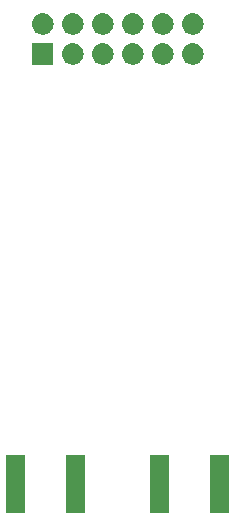
<source format=gbr>
G04 #@! TF.GenerationSoftware,KiCad,Pcbnew,5.0.1*
G04 #@! TF.CreationDate,2019-01-06T19:01:27+01:00*
G04 #@! TF.ProjectId,SX1257_pmod,5358313235375F706D6F642E6B696361,rev?*
G04 #@! TF.SameCoordinates,Original*
G04 #@! TF.FileFunction,Soldermask,Bot*
G04 #@! TF.FilePolarity,Negative*
%FSLAX46Y46*%
G04 Gerber Fmt 4.6, Leading zero omitted, Abs format (unit mm)*
G04 Created by KiCad (PCBNEW 5.0.1) date Sun 06 Jan 2019 07:01:27 PM CET*
%MOMM*%
%LPD*%
G01*
G04 APERTURE LIST*
%ADD10C,0.100000*%
G04 APERTURE END LIST*
D10*
G36*
X128829000Y-68064000D02*
X127203000Y-68064000D01*
X127203000Y-63162000D01*
X128829000Y-63162000D01*
X128829000Y-68064000D01*
X128829000Y-68064000D01*
G37*
G36*
X121717000Y-68064000D02*
X120091000Y-68064000D01*
X120091000Y-63162000D01*
X121717000Y-63162000D01*
X121717000Y-68064000D01*
X121717000Y-68064000D01*
G37*
G36*
X116637000Y-68064000D02*
X115011000Y-68064000D01*
X115011000Y-63162000D01*
X116637000Y-63162000D01*
X116637000Y-68064000D01*
X116637000Y-68064000D01*
G37*
G36*
X133909000Y-68064000D02*
X132283000Y-68064000D01*
X132283000Y-63162000D01*
X133909000Y-63162000D01*
X133909000Y-68064000D01*
X133909000Y-68064000D01*
G37*
G36*
X125840442Y-28315518D02*
X125906627Y-28322037D01*
X126019853Y-28356384D01*
X126076467Y-28373557D01*
X126215087Y-28447652D01*
X126232991Y-28457222D01*
X126268729Y-28486552D01*
X126370186Y-28569814D01*
X126453448Y-28671271D01*
X126482778Y-28707009D01*
X126482779Y-28707011D01*
X126566443Y-28863533D01*
X126566443Y-28863534D01*
X126617963Y-29033373D01*
X126635359Y-29210000D01*
X126617963Y-29386627D01*
X126583616Y-29499853D01*
X126566443Y-29556467D01*
X126492348Y-29695087D01*
X126482778Y-29712991D01*
X126453448Y-29748729D01*
X126370186Y-29850186D01*
X126268729Y-29933448D01*
X126232991Y-29962778D01*
X126232989Y-29962779D01*
X126076467Y-30046443D01*
X126019853Y-30063616D01*
X125906627Y-30097963D01*
X125840442Y-30104482D01*
X125774260Y-30111000D01*
X125685740Y-30111000D01*
X125619558Y-30104482D01*
X125553373Y-30097963D01*
X125440147Y-30063616D01*
X125383533Y-30046443D01*
X125227011Y-29962779D01*
X125227009Y-29962778D01*
X125191271Y-29933448D01*
X125089814Y-29850186D01*
X125006552Y-29748729D01*
X124977222Y-29712991D01*
X124967652Y-29695087D01*
X124893557Y-29556467D01*
X124876384Y-29499853D01*
X124842037Y-29386627D01*
X124824641Y-29210000D01*
X124842037Y-29033373D01*
X124893557Y-28863534D01*
X124893557Y-28863533D01*
X124977221Y-28707011D01*
X124977222Y-28707009D01*
X125006552Y-28671271D01*
X125089814Y-28569814D01*
X125191271Y-28486552D01*
X125227009Y-28457222D01*
X125244913Y-28447652D01*
X125383533Y-28373557D01*
X125440147Y-28356384D01*
X125553373Y-28322037D01*
X125619558Y-28315518D01*
X125685740Y-28309000D01*
X125774260Y-28309000D01*
X125840442Y-28315518D01*
X125840442Y-28315518D01*
G37*
G36*
X130920442Y-28315518D02*
X130986627Y-28322037D01*
X131099853Y-28356384D01*
X131156467Y-28373557D01*
X131295087Y-28447652D01*
X131312991Y-28457222D01*
X131348729Y-28486552D01*
X131450186Y-28569814D01*
X131533448Y-28671271D01*
X131562778Y-28707009D01*
X131562779Y-28707011D01*
X131646443Y-28863533D01*
X131646443Y-28863534D01*
X131697963Y-29033373D01*
X131715359Y-29210000D01*
X131697963Y-29386627D01*
X131663616Y-29499853D01*
X131646443Y-29556467D01*
X131572348Y-29695087D01*
X131562778Y-29712991D01*
X131533448Y-29748729D01*
X131450186Y-29850186D01*
X131348729Y-29933448D01*
X131312991Y-29962778D01*
X131312989Y-29962779D01*
X131156467Y-30046443D01*
X131099853Y-30063616D01*
X130986627Y-30097963D01*
X130920442Y-30104482D01*
X130854260Y-30111000D01*
X130765740Y-30111000D01*
X130699558Y-30104482D01*
X130633373Y-30097963D01*
X130520147Y-30063616D01*
X130463533Y-30046443D01*
X130307011Y-29962779D01*
X130307009Y-29962778D01*
X130271271Y-29933448D01*
X130169814Y-29850186D01*
X130086552Y-29748729D01*
X130057222Y-29712991D01*
X130047652Y-29695087D01*
X129973557Y-29556467D01*
X129956384Y-29499853D01*
X129922037Y-29386627D01*
X129904641Y-29210000D01*
X129922037Y-29033373D01*
X129973557Y-28863534D01*
X129973557Y-28863533D01*
X130057221Y-28707011D01*
X130057222Y-28707009D01*
X130086552Y-28671271D01*
X130169814Y-28569814D01*
X130271271Y-28486552D01*
X130307009Y-28457222D01*
X130324913Y-28447652D01*
X130463533Y-28373557D01*
X130520147Y-28356384D01*
X130633373Y-28322037D01*
X130699558Y-28315518D01*
X130765740Y-28309000D01*
X130854260Y-28309000D01*
X130920442Y-28315518D01*
X130920442Y-28315518D01*
G37*
G36*
X128380442Y-28315518D02*
X128446627Y-28322037D01*
X128559853Y-28356384D01*
X128616467Y-28373557D01*
X128755087Y-28447652D01*
X128772991Y-28457222D01*
X128808729Y-28486552D01*
X128910186Y-28569814D01*
X128993448Y-28671271D01*
X129022778Y-28707009D01*
X129022779Y-28707011D01*
X129106443Y-28863533D01*
X129106443Y-28863534D01*
X129157963Y-29033373D01*
X129175359Y-29210000D01*
X129157963Y-29386627D01*
X129123616Y-29499853D01*
X129106443Y-29556467D01*
X129032348Y-29695087D01*
X129022778Y-29712991D01*
X128993448Y-29748729D01*
X128910186Y-29850186D01*
X128808729Y-29933448D01*
X128772991Y-29962778D01*
X128772989Y-29962779D01*
X128616467Y-30046443D01*
X128559853Y-30063616D01*
X128446627Y-30097963D01*
X128380442Y-30104482D01*
X128314260Y-30111000D01*
X128225740Y-30111000D01*
X128159558Y-30104482D01*
X128093373Y-30097963D01*
X127980147Y-30063616D01*
X127923533Y-30046443D01*
X127767011Y-29962779D01*
X127767009Y-29962778D01*
X127731271Y-29933448D01*
X127629814Y-29850186D01*
X127546552Y-29748729D01*
X127517222Y-29712991D01*
X127507652Y-29695087D01*
X127433557Y-29556467D01*
X127416384Y-29499853D01*
X127382037Y-29386627D01*
X127364641Y-29210000D01*
X127382037Y-29033373D01*
X127433557Y-28863534D01*
X127433557Y-28863533D01*
X127517221Y-28707011D01*
X127517222Y-28707009D01*
X127546552Y-28671271D01*
X127629814Y-28569814D01*
X127731271Y-28486552D01*
X127767009Y-28457222D01*
X127784913Y-28447652D01*
X127923533Y-28373557D01*
X127980147Y-28356384D01*
X128093373Y-28322037D01*
X128159558Y-28315518D01*
X128225740Y-28309000D01*
X128314260Y-28309000D01*
X128380442Y-28315518D01*
X128380442Y-28315518D01*
G37*
G36*
X123300442Y-28315518D02*
X123366627Y-28322037D01*
X123479853Y-28356384D01*
X123536467Y-28373557D01*
X123675087Y-28447652D01*
X123692991Y-28457222D01*
X123728729Y-28486552D01*
X123830186Y-28569814D01*
X123913448Y-28671271D01*
X123942778Y-28707009D01*
X123942779Y-28707011D01*
X124026443Y-28863533D01*
X124026443Y-28863534D01*
X124077963Y-29033373D01*
X124095359Y-29210000D01*
X124077963Y-29386627D01*
X124043616Y-29499853D01*
X124026443Y-29556467D01*
X123952348Y-29695087D01*
X123942778Y-29712991D01*
X123913448Y-29748729D01*
X123830186Y-29850186D01*
X123728729Y-29933448D01*
X123692991Y-29962778D01*
X123692989Y-29962779D01*
X123536467Y-30046443D01*
X123479853Y-30063616D01*
X123366627Y-30097963D01*
X123300442Y-30104482D01*
X123234260Y-30111000D01*
X123145740Y-30111000D01*
X123079558Y-30104482D01*
X123013373Y-30097963D01*
X122900147Y-30063616D01*
X122843533Y-30046443D01*
X122687011Y-29962779D01*
X122687009Y-29962778D01*
X122651271Y-29933448D01*
X122549814Y-29850186D01*
X122466552Y-29748729D01*
X122437222Y-29712991D01*
X122427652Y-29695087D01*
X122353557Y-29556467D01*
X122336384Y-29499853D01*
X122302037Y-29386627D01*
X122284641Y-29210000D01*
X122302037Y-29033373D01*
X122353557Y-28863534D01*
X122353557Y-28863533D01*
X122437221Y-28707011D01*
X122437222Y-28707009D01*
X122466552Y-28671271D01*
X122549814Y-28569814D01*
X122651271Y-28486552D01*
X122687009Y-28457222D01*
X122704913Y-28447652D01*
X122843533Y-28373557D01*
X122900147Y-28356384D01*
X123013373Y-28322037D01*
X123079558Y-28315518D01*
X123145740Y-28309000D01*
X123234260Y-28309000D01*
X123300442Y-28315518D01*
X123300442Y-28315518D01*
G37*
G36*
X120760442Y-28315518D02*
X120826627Y-28322037D01*
X120939853Y-28356384D01*
X120996467Y-28373557D01*
X121135087Y-28447652D01*
X121152991Y-28457222D01*
X121188729Y-28486552D01*
X121290186Y-28569814D01*
X121373448Y-28671271D01*
X121402778Y-28707009D01*
X121402779Y-28707011D01*
X121486443Y-28863533D01*
X121486443Y-28863534D01*
X121537963Y-29033373D01*
X121555359Y-29210000D01*
X121537963Y-29386627D01*
X121503616Y-29499853D01*
X121486443Y-29556467D01*
X121412348Y-29695087D01*
X121402778Y-29712991D01*
X121373448Y-29748729D01*
X121290186Y-29850186D01*
X121188729Y-29933448D01*
X121152991Y-29962778D01*
X121152989Y-29962779D01*
X120996467Y-30046443D01*
X120939853Y-30063616D01*
X120826627Y-30097963D01*
X120760442Y-30104482D01*
X120694260Y-30111000D01*
X120605740Y-30111000D01*
X120539558Y-30104482D01*
X120473373Y-30097963D01*
X120360147Y-30063616D01*
X120303533Y-30046443D01*
X120147011Y-29962779D01*
X120147009Y-29962778D01*
X120111271Y-29933448D01*
X120009814Y-29850186D01*
X119926552Y-29748729D01*
X119897222Y-29712991D01*
X119887652Y-29695087D01*
X119813557Y-29556467D01*
X119796384Y-29499853D01*
X119762037Y-29386627D01*
X119744641Y-29210000D01*
X119762037Y-29033373D01*
X119813557Y-28863534D01*
X119813557Y-28863533D01*
X119897221Y-28707011D01*
X119897222Y-28707009D01*
X119926552Y-28671271D01*
X120009814Y-28569814D01*
X120111271Y-28486552D01*
X120147009Y-28457222D01*
X120164913Y-28447652D01*
X120303533Y-28373557D01*
X120360147Y-28356384D01*
X120473373Y-28322037D01*
X120539558Y-28315518D01*
X120605740Y-28309000D01*
X120694260Y-28309000D01*
X120760442Y-28315518D01*
X120760442Y-28315518D01*
G37*
G36*
X119011000Y-30111000D02*
X117209000Y-30111000D01*
X117209000Y-28309000D01*
X119011000Y-28309000D01*
X119011000Y-30111000D01*
X119011000Y-30111000D01*
G37*
G36*
X118220442Y-25775518D02*
X118286627Y-25782037D01*
X118399853Y-25816384D01*
X118456467Y-25833557D01*
X118595087Y-25907652D01*
X118612991Y-25917222D01*
X118648729Y-25946552D01*
X118750186Y-26029814D01*
X118833448Y-26131271D01*
X118862778Y-26167009D01*
X118862779Y-26167011D01*
X118946443Y-26323533D01*
X118946443Y-26323534D01*
X118997963Y-26493373D01*
X119015359Y-26670000D01*
X118997963Y-26846627D01*
X118963616Y-26959853D01*
X118946443Y-27016467D01*
X118872348Y-27155087D01*
X118862778Y-27172991D01*
X118833448Y-27208729D01*
X118750186Y-27310186D01*
X118648729Y-27393448D01*
X118612991Y-27422778D01*
X118612989Y-27422779D01*
X118456467Y-27506443D01*
X118399853Y-27523616D01*
X118286627Y-27557963D01*
X118220442Y-27564482D01*
X118154260Y-27571000D01*
X118065740Y-27571000D01*
X117999558Y-27564482D01*
X117933373Y-27557963D01*
X117820147Y-27523616D01*
X117763533Y-27506443D01*
X117607011Y-27422779D01*
X117607009Y-27422778D01*
X117571271Y-27393448D01*
X117469814Y-27310186D01*
X117386552Y-27208729D01*
X117357222Y-27172991D01*
X117347652Y-27155087D01*
X117273557Y-27016467D01*
X117256384Y-26959853D01*
X117222037Y-26846627D01*
X117204641Y-26670000D01*
X117222037Y-26493373D01*
X117273557Y-26323534D01*
X117273557Y-26323533D01*
X117357221Y-26167011D01*
X117357222Y-26167009D01*
X117386552Y-26131271D01*
X117469814Y-26029814D01*
X117571271Y-25946552D01*
X117607009Y-25917222D01*
X117624913Y-25907652D01*
X117763533Y-25833557D01*
X117820147Y-25816384D01*
X117933373Y-25782037D01*
X117999557Y-25775519D01*
X118065740Y-25769000D01*
X118154260Y-25769000D01*
X118220442Y-25775518D01*
X118220442Y-25775518D01*
G37*
G36*
X120760442Y-25775518D02*
X120826627Y-25782037D01*
X120939853Y-25816384D01*
X120996467Y-25833557D01*
X121135087Y-25907652D01*
X121152991Y-25917222D01*
X121188729Y-25946552D01*
X121290186Y-26029814D01*
X121373448Y-26131271D01*
X121402778Y-26167009D01*
X121402779Y-26167011D01*
X121486443Y-26323533D01*
X121486443Y-26323534D01*
X121537963Y-26493373D01*
X121555359Y-26670000D01*
X121537963Y-26846627D01*
X121503616Y-26959853D01*
X121486443Y-27016467D01*
X121412348Y-27155087D01*
X121402778Y-27172991D01*
X121373448Y-27208729D01*
X121290186Y-27310186D01*
X121188729Y-27393448D01*
X121152991Y-27422778D01*
X121152989Y-27422779D01*
X120996467Y-27506443D01*
X120939853Y-27523616D01*
X120826627Y-27557963D01*
X120760442Y-27564482D01*
X120694260Y-27571000D01*
X120605740Y-27571000D01*
X120539558Y-27564482D01*
X120473373Y-27557963D01*
X120360147Y-27523616D01*
X120303533Y-27506443D01*
X120147011Y-27422779D01*
X120147009Y-27422778D01*
X120111271Y-27393448D01*
X120009814Y-27310186D01*
X119926552Y-27208729D01*
X119897222Y-27172991D01*
X119887652Y-27155087D01*
X119813557Y-27016467D01*
X119796384Y-26959853D01*
X119762037Y-26846627D01*
X119744641Y-26670000D01*
X119762037Y-26493373D01*
X119813557Y-26323534D01*
X119813557Y-26323533D01*
X119897221Y-26167011D01*
X119897222Y-26167009D01*
X119926552Y-26131271D01*
X120009814Y-26029814D01*
X120111271Y-25946552D01*
X120147009Y-25917222D01*
X120164913Y-25907652D01*
X120303533Y-25833557D01*
X120360147Y-25816384D01*
X120473373Y-25782037D01*
X120539557Y-25775519D01*
X120605740Y-25769000D01*
X120694260Y-25769000D01*
X120760442Y-25775518D01*
X120760442Y-25775518D01*
G37*
G36*
X123300442Y-25775518D02*
X123366627Y-25782037D01*
X123479853Y-25816384D01*
X123536467Y-25833557D01*
X123675087Y-25907652D01*
X123692991Y-25917222D01*
X123728729Y-25946552D01*
X123830186Y-26029814D01*
X123913448Y-26131271D01*
X123942778Y-26167009D01*
X123942779Y-26167011D01*
X124026443Y-26323533D01*
X124026443Y-26323534D01*
X124077963Y-26493373D01*
X124095359Y-26670000D01*
X124077963Y-26846627D01*
X124043616Y-26959853D01*
X124026443Y-27016467D01*
X123952348Y-27155087D01*
X123942778Y-27172991D01*
X123913448Y-27208729D01*
X123830186Y-27310186D01*
X123728729Y-27393448D01*
X123692991Y-27422778D01*
X123692989Y-27422779D01*
X123536467Y-27506443D01*
X123479853Y-27523616D01*
X123366627Y-27557963D01*
X123300442Y-27564482D01*
X123234260Y-27571000D01*
X123145740Y-27571000D01*
X123079558Y-27564482D01*
X123013373Y-27557963D01*
X122900147Y-27523616D01*
X122843533Y-27506443D01*
X122687011Y-27422779D01*
X122687009Y-27422778D01*
X122651271Y-27393448D01*
X122549814Y-27310186D01*
X122466552Y-27208729D01*
X122437222Y-27172991D01*
X122427652Y-27155087D01*
X122353557Y-27016467D01*
X122336384Y-26959853D01*
X122302037Y-26846627D01*
X122284641Y-26670000D01*
X122302037Y-26493373D01*
X122353557Y-26323534D01*
X122353557Y-26323533D01*
X122437221Y-26167011D01*
X122437222Y-26167009D01*
X122466552Y-26131271D01*
X122549814Y-26029814D01*
X122651271Y-25946552D01*
X122687009Y-25917222D01*
X122704913Y-25907652D01*
X122843533Y-25833557D01*
X122900147Y-25816384D01*
X123013373Y-25782037D01*
X123079557Y-25775519D01*
X123145740Y-25769000D01*
X123234260Y-25769000D01*
X123300442Y-25775518D01*
X123300442Y-25775518D01*
G37*
G36*
X125840442Y-25775518D02*
X125906627Y-25782037D01*
X126019853Y-25816384D01*
X126076467Y-25833557D01*
X126215087Y-25907652D01*
X126232991Y-25917222D01*
X126268729Y-25946552D01*
X126370186Y-26029814D01*
X126453448Y-26131271D01*
X126482778Y-26167009D01*
X126482779Y-26167011D01*
X126566443Y-26323533D01*
X126566443Y-26323534D01*
X126617963Y-26493373D01*
X126635359Y-26670000D01*
X126617963Y-26846627D01*
X126583616Y-26959853D01*
X126566443Y-27016467D01*
X126492348Y-27155087D01*
X126482778Y-27172991D01*
X126453448Y-27208729D01*
X126370186Y-27310186D01*
X126268729Y-27393448D01*
X126232991Y-27422778D01*
X126232989Y-27422779D01*
X126076467Y-27506443D01*
X126019853Y-27523616D01*
X125906627Y-27557963D01*
X125840442Y-27564482D01*
X125774260Y-27571000D01*
X125685740Y-27571000D01*
X125619558Y-27564482D01*
X125553373Y-27557963D01*
X125440147Y-27523616D01*
X125383533Y-27506443D01*
X125227011Y-27422779D01*
X125227009Y-27422778D01*
X125191271Y-27393448D01*
X125089814Y-27310186D01*
X125006552Y-27208729D01*
X124977222Y-27172991D01*
X124967652Y-27155087D01*
X124893557Y-27016467D01*
X124876384Y-26959853D01*
X124842037Y-26846627D01*
X124824641Y-26670000D01*
X124842037Y-26493373D01*
X124893557Y-26323534D01*
X124893557Y-26323533D01*
X124977221Y-26167011D01*
X124977222Y-26167009D01*
X125006552Y-26131271D01*
X125089814Y-26029814D01*
X125191271Y-25946552D01*
X125227009Y-25917222D01*
X125244913Y-25907652D01*
X125383533Y-25833557D01*
X125440147Y-25816384D01*
X125553373Y-25782037D01*
X125619557Y-25775519D01*
X125685740Y-25769000D01*
X125774260Y-25769000D01*
X125840442Y-25775518D01*
X125840442Y-25775518D01*
G37*
G36*
X128380442Y-25775518D02*
X128446627Y-25782037D01*
X128559853Y-25816384D01*
X128616467Y-25833557D01*
X128755087Y-25907652D01*
X128772991Y-25917222D01*
X128808729Y-25946552D01*
X128910186Y-26029814D01*
X128993448Y-26131271D01*
X129022778Y-26167009D01*
X129022779Y-26167011D01*
X129106443Y-26323533D01*
X129106443Y-26323534D01*
X129157963Y-26493373D01*
X129175359Y-26670000D01*
X129157963Y-26846627D01*
X129123616Y-26959853D01*
X129106443Y-27016467D01*
X129032348Y-27155087D01*
X129022778Y-27172991D01*
X128993448Y-27208729D01*
X128910186Y-27310186D01*
X128808729Y-27393448D01*
X128772991Y-27422778D01*
X128772989Y-27422779D01*
X128616467Y-27506443D01*
X128559853Y-27523616D01*
X128446627Y-27557963D01*
X128380442Y-27564482D01*
X128314260Y-27571000D01*
X128225740Y-27571000D01*
X128159558Y-27564482D01*
X128093373Y-27557963D01*
X127980147Y-27523616D01*
X127923533Y-27506443D01*
X127767011Y-27422779D01*
X127767009Y-27422778D01*
X127731271Y-27393448D01*
X127629814Y-27310186D01*
X127546552Y-27208729D01*
X127517222Y-27172991D01*
X127507652Y-27155087D01*
X127433557Y-27016467D01*
X127416384Y-26959853D01*
X127382037Y-26846627D01*
X127364641Y-26670000D01*
X127382037Y-26493373D01*
X127433557Y-26323534D01*
X127433557Y-26323533D01*
X127517221Y-26167011D01*
X127517222Y-26167009D01*
X127546552Y-26131271D01*
X127629814Y-26029814D01*
X127731271Y-25946552D01*
X127767009Y-25917222D01*
X127784913Y-25907652D01*
X127923533Y-25833557D01*
X127980147Y-25816384D01*
X128093373Y-25782037D01*
X128159557Y-25775519D01*
X128225740Y-25769000D01*
X128314260Y-25769000D01*
X128380442Y-25775518D01*
X128380442Y-25775518D01*
G37*
G36*
X130920442Y-25775518D02*
X130986627Y-25782037D01*
X131099853Y-25816384D01*
X131156467Y-25833557D01*
X131295087Y-25907652D01*
X131312991Y-25917222D01*
X131348729Y-25946552D01*
X131450186Y-26029814D01*
X131533448Y-26131271D01*
X131562778Y-26167009D01*
X131562779Y-26167011D01*
X131646443Y-26323533D01*
X131646443Y-26323534D01*
X131697963Y-26493373D01*
X131715359Y-26670000D01*
X131697963Y-26846627D01*
X131663616Y-26959853D01*
X131646443Y-27016467D01*
X131572348Y-27155087D01*
X131562778Y-27172991D01*
X131533448Y-27208729D01*
X131450186Y-27310186D01*
X131348729Y-27393448D01*
X131312991Y-27422778D01*
X131312989Y-27422779D01*
X131156467Y-27506443D01*
X131099853Y-27523616D01*
X130986627Y-27557963D01*
X130920442Y-27564482D01*
X130854260Y-27571000D01*
X130765740Y-27571000D01*
X130699558Y-27564482D01*
X130633373Y-27557963D01*
X130520147Y-27523616D01*
X130463533Y-27506443D01*
X130307011Y-27422779D01*
X130307009Y-27422778D01*
X130271271Y-27393448D01*
X130169814Y-27310186D01*
X130086552Y-27208729D01*
X130057222Y-27172991D01*
X130047652Y-27155087D01*
X129973557Y-27016467D01*
X129956384Y-26959853D01*
X129922037Y-26846627D01*
X129904641Y-26670000D01*
X129922037Y-26493373D01*
X129973557Y-26323534D01*
X129973557Y-26323533D01*
X130057221Y-26167011D01*
X130057222Y-26167009D01*
X130086552Y-26131271D01*
X130169814Y-26029814D01*
X130271271Y-25946552D01*
X130307009Y-25917222D01*
X130324913Y-25907652D01*
X130463533Y-25833557D01*
X130520147Y-25816384D01*
X130633373Y-25782037D01*
X130699557Y-25775519D01*
X130765740Y-25769000D01*
X130854260Y-25769000D01*
X130920442Y-25775518D01*
X130920442Y-25775518D01*
G37*
M02*

</source>
